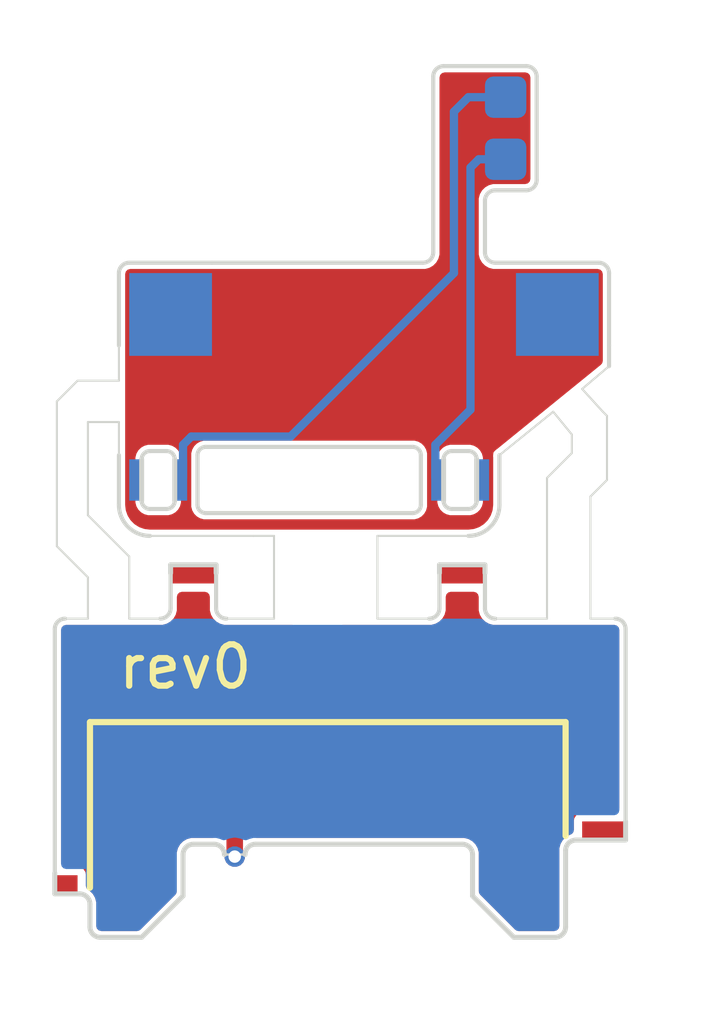
<source format=kicad_pcb>
(kicad_pcb (version 20221018) (generator pcbnew)
  (layers (0 "F.Cu" signal) (31 "B.Cu" signal) (34 "B.Paste" user) (35 "F.Paste" user) (36 "B.SilkS" user "B.Silkscreen") (37 "F.SilkS" user "F.Silkscreen") (38 "B.Mask" user) (39 "F.Mask" user) (44 "Edge.Cuts" user))
  (net 0 "")
  (net 2 "Net-(C16-Pad1)")
  (net 3 "Net-(C15-Pad1)")
  (net 4 "/DAT0")
  (footprint "flexifly:TP_pad_1mm_dense" (layer "F.Cu") (at 138.3 51.5)
    (fp_text reference "TP1" hide)
    (fp_text value "TestPoint")
    (pad "1" smd roundrect (at 0 0) (size 1 1) (layers "F.Cu" "F.Paste" "F.Mask") (roundrect_rratio 0.2) (net 4 "/DAT0"))
  )
  (footprint "flexifly:Conn_BGA_shim_dat0" (layer "F.Cu") (at 138.55 55.95)
    (fp_text reference "J5" hide)
    (fp_text value "Conn_nand")
    (fp_line (start -6.6 1.2) (end -6.6 0.7) (stroke (width 0.12)) (layer "Edge.Cuts"))
    (fp_line (start -6 1.2) (end -6.6 1.2) (stroke (width 0.12)) (layer "Edge.Cuts"))
    (fp_line (start -5.75 1.45) (end -5.75 2) (stroke (width 0.12)) (layer "Edge.Cuts"))
    (fp_line (start -5.5 2.25) (end -4.5 2.25) (stroke (width 0.12)) (layer "Edge.Cuts"))
    (fp_line (start -4.5 2.25) (end -3.5 1.25) (stroke (width 0.12)) (layer "Edge.Cuts"))
    (fp_line (start -3.8 -6.75) (end -3.8 -6.55) (stroke (width 0.12)) (layer "Edge.Cuts"))
    (fp_line (start -3.8 -6.75) (end -2.7 -6.75) (stroke (width 0.12)) (layer "Edge.Cuts"))
    (fp_line (start -3.5 0.25) (end -3.5 1.25) (stroke (width 0.12)) (layer "Edge.Cuts"))
    (fp_line (start -2.75 0) (end -3.25 0) (stroke (width 0.12)) (layer "Edge.Cuts"))
    (fp_line (start -2.7 -6.75) (end -2.7 -6.55) (stroke (width 0.12)) (layer "Edge.Cuts"))
    (fp_line (start -2.5 0.25) (end -2 0.25) (stroke (width 0.06)) (layer "Edge.Cuts"))
    (fp_line (start 2.7 -6.75) (end 2.7 -6.55) (stroke (width 0.12)) (layer "Edge.Cuts"))
    (fp_line (start 3.25 0) (end -1.75 0) (stroke (width 0.12)) (layer "Edge.Cuts"))
    (fp_line (start 3.5 0.25) (end 3.5 1.25) (stroke (width 0.12)) (layer "Edge.Cuts"))
    (fp_line (start 3.8 -6.75) (end 2.7 -6.75) (stroke (width 0.12)) (layer "Edge.Cuts"))
    (fp_line (start 3.8 -6.75) (end 3.8 -6.55) (stroke (width 0.12)) (layer "Edge.Cuts"))
    (fp_line (start 4.5 2.25) (end 3.5 1.25) (stroke (width 0.12)) (layer "Edge.Cuts"))
    (fp_line (start 5.5 2.25) (end 4.5 2.25) (stroke (width 0.12)) (layer "Edge.Cuts"))
    (fp_line (start 5.75 2) (end 5.75 0.15) (stroke (width 0.12)) (layer "Edge.Cuts"))
    (fp_line (start 6 -0.1) (end 7.2 -0.1) (stroke (width 0.12)) (layer "Edge.Cuts"))
    (fp_line (start 7.2 -0.1) (end 7.2 -0.55) (stroke (width 0.12)) (layer "Edge.Cuts"))
    (fp_arc (start -6 1.2) (mid -5.823223 1.273223) (end -5.75 1.45) (stroke (width 0.12)) (layer "Edge.Cuts"))
    (fp_arc (start -5.5 2.25) (mid -5.676777 2.176777) (end -5.75 2) (stroke (width 0.12)) (layer "Edge.Cuts"))
    (fp_arc (start -3.5 0.25) (mid -3.426777 0.073223) (end -3.25 0) (stroke (width 0.12)) (layer "Edge.Cuts"))
    (fp_arc (start -2.75 0) (mid -2.573223 0.073223) (end -2.5 0.25) (stroke (width 0.12)) (layer "Edge.Cuts"))
    (fp_arc (start -2 0.25) (mid -1.926777 0.073223) (end -1.75 0) (stroke (width 0.12)) (layer "Edge.Cuts"))
    (fp_arc (start 3.25 0) (mid 3.426777 0.073223) (end 3.5 0.25) (stroke (width 0.12)) (layer "Edge.Cuts"))
    (fp_arc (start 5.75 0.15) (mid 5.823223 -0.026777) (end 6 -0.1) (stroke (width 0.12)) (layer "Edge.Cuts"))
    (fp_arc (start 5.75 2) (mid 5.676777 2.176777) (end 5.5 2.25) (stroke (width 0.12)) (layer "Edge.Cuts"))
    (pad "1" smd roundrect (at -2.25 -0.15) (size 0.4 0.8) (layers "F.Cu" "F.Paste" "F.Mask") (roundrect_rratio 0) (chamfer_ratio 0.3) (chamfer top_left top_right) (net 4 "/DAT0"))
    (pad "1" thru_hole custom (at -2.25 0.3) (size 0.5 0.5) (drill 0.3) (layers "*.Cu" "*.Mask") (net 4 "/DAT0") (options (clearance outline) (anchor circle)) (primitives))
    (pad "MP" smd rect (at -6.3 0.95) (size 0.5 0.4) (layers "F.Cu" "F.Paste" "F.Mask"))
    (pad "MP" smd rect (at -3.25 -6.5) (size 1 0.4) (layers "F.Cu" "F.Paste" "F.Mask"))
    (pad "MP" smd rect (at 3.25 -6.5) (size 1 0.4) (layers "F.Cu" "F.Paste" "F.Mask"))
    (pad "MP" smd rect (at 6.65 -0.35) (size 1 0.4) (layers "F.Cu" "F.Paste" "F.Mask"))
  )
  (footprint "flexifly:TP_pad_1mm_dense" (layer "B.Cu") (at 142.85 39.4)
    (fp_text reference "TP11" hide)
    (fp_text value "TestPoint")
    (pad "1" smd roundrect (at 0 0) (size 1 1) (layers "B.Cu" "B.Paste" "B.Mask") (roundrect_rratio 0.2) (net 3 "Net-(C15-Pad1)"))
  )
  (footprint "flexifly:TP_pad_1mm_dense" (layer "B.Cu") (at 142.85 37.9)
    (fp_text reference "TP10" hide)
    (fp_text value "TestPoint")
    (pad "1" smd roundrect (at 0 0) (size 1 1) (layers "B.Cu" "B.Paste" "B.Mask") (roundrect_rratio 0.2) (net 2 "Net-(C16-Pad1)"))
  )
  (footprint "flexifly:APU_package_cap_conn" (layer "B.Cu") (at 141.75 47.15)
    (fp_text reference "C15" hide)
    (fp_text value "dnp")
    (fp_line (start -0.4 0.5) (end -0.4 -0.5) (stroke (width 0.12)) (layer "Edge.Cuts"))
    (fp_line (start 0.4 -0.5) (end 0.4 0.5) (stroke (width 0.12)) (layer "Edge.Cuts"))
    (pad "1" smd rect (at -0.55 0) (size 0.3 1) (layers "B.Cu" "B.Paste" "B.Mask") (net 3 "Net-(C15-Pad1)"))
    (pad "2" smd rect (at 0.55 0) (size 0.3 1) (layers "B.Cu" "B.Paste" "B.Mask"))
  )
  (footprint "TestPoint:TestPoint_Pad_2.0x2.0mm" (layer "B.Cu") (at 134.75 43.15)
    (fp_text reference "H5" hide)
    (fp_text value "Mount_Pad")
    (pad "1" smd rect (at 0 0) (size 2 2) (layers "B.Cu" "B.Mask"))
  )
  (footprint "TestPoint:TestPoint_Pad_2.0x2.0mm" (layer "B.Cu") (at 144.1 43.15)
    (fp_text reference "H6" hide)
    (fp_text value "Mount_Pad")
    (pad "1" smd rect (at 0 0) (size 2 2) (layers "B.Cu" "B.Mask"))
  )
  (footprint "flexifly:APU_package_cap_conn" (layer "B.Cu") (at 134.45 47.15 180)
    (fp_text reference "C16" hide)
    (fp_text value "dnp")
    (fp_line (start -0.4 0.5) (end -0.4 -0.5) (stroke (width 0.12)) (layer "Edge.Cuts"))
    (fp_line (start 0.4 -0.5) (end 0.4 0.5) (stroke (width 0.12)) (layer "Edge.Cuts"))
    (pad "1" smd rect (at -0.55 0 180) (size 0.3 1) (layers "B.Cu" "B.Paste" "B.Mask") (net 2 "Net-(C16-Pad1)"))
    (pad "2" smd rect (at 0.55 0 180) (size 0.3 1) (layers "B.Cu" "B.Paste" "B.Mask"))
  )
  (gr_line (start 144.3 53) (end 144.3 55.75) (stroke (width 0.15)) (layer "F.SilkS"))
  (gr_line (start 144.3 53) (end 132.8 53) (stroke (width 0.15)) (layer "F.SilkS"))
  (gr_line (start 132.8 53) (end 132.8 57) (stroke (width 0.15)) (layer "F.SilkS"))
  (gr_line (start 137.25 50.5) (end 137.25 48.5) (stroke (width 0.05)) (layer "Edge.Cuts"))
  (gr_line (start 133.5 42.15) (end 133.5 43.9) (stroke (width 0.1)) (layer "Edge.Cuts"))
  (gr_arc (start 142.15 47.65) (mid 142.091421 47.791421) (end 141.95 47.85) (stroke (width 0.1)) (layer "Edge.Cuts"))
  (gr_line (start 135.4 46.55) (end 135.4 47.75) (stroke (width 0.1)) (layer "Edge.Cuts"))
  (gr_arc (start 142.6 50.5) (mid 142.423223 50.426777) (end 142.35 50.25) (stroke (width 0.1)) (layer "Edge.Cuts"))
  (gr_line (start 141.55 46.45) (end 141.95 46.45) (stroke (width 0.1)) (layer "Edge.Cuts"))
  (gr_arc (start 136.1 50.5) (mid 135.923223 50.426777) (end 135.85 50.25) (stroke (width 0.1)) (layer "Edge.Cuts"))
  (gr_line (start 141.95 47.85) (end 141.55 47.85) (stroke (width 0.1)) (layer "Edge.Cuts"))
  (gr_arc (start 141.35 46.65) (mid 141.408579 46.508579) (end 141.55 46.45) (stroke (width 0.1)) (layer "Edge.Cuts"))
  (gr_line (start 145.3 47.15) (end 145.3 45.6) (stroke (width 0.05)) (layer "Edge.Cuts"))
  (gr_line (start 145.75 55.4) (end 145.75 50.75) (stroke (width 0.1)) (layer "Edge.Cuts"))
  (gr_line (start 132.75 50.5) (end 132.75 49.5) (stroke (width 0.05)) (layer "Edge.Cuts"))
  (gr_arc (start 141.1 37.4) (mid 141.173223 37.223223) (end 141.35 37.15) (stroke (width 0.1)) (layer "Edge.Cuts"))
  (gr_arc (start 134.25 48.5) (mid 133.71967 48.28033) (end 133.5 47.75) (stroke (width 0.1)) (layer "Edge.Cuts"))
  (gr_arc (start 142.35 40.4) (mid 142.423223 40.223223) (end 142.6 40.15) (stroke (width 0.1)) (layer "Edge.Cuts"))
  (gr_arc (start 133.5 42.15) (mid 133.573223 41.973223) (end 133.75 41.9) (stroke (width 0.1)) (layer "Edge.Cuts"))
  (gr_line (start 132 48.75) (end 132 45.25) (stroke (width 0.05)) (layer "Edge.Cuts"))
  (gr_line (start 142.7 46.55) (end 142.7 47.75) (stroke (width 0.1)) (layer "Edge.Cuts"))
  (gr_line (start 133.75 49) (end 132.75 48) (stroke (width 0.05)) (layer "Edge.Cuts"))
  (gr_arc (start 131.95 50.75) (mid 132.023223 50.573223) (end 132.2 50.5) (stroke (width 0.1)) (layer "Edge.Cuts"))
  (gr_line (start 145.35 44.4) (end 144.7 44.95) (stroke (width 0.05)) (layer "Edge.Cuts"))
  (gr_line (start 135.85 49.4) (end 135.85 50.25) (stroke (width 0.1)) (layer "Edge.Cuts"))
  (gr_line (start 144.7 44.95) (end 145.2 45.5) (stroke (width 0.05)) (layer "Edge.Cuts"))
  (gr_line (start 133.5 46.55) (end 133.5 45.75) (stroke (width 0.05)) (layer "Edge.Cuts"))
  (gr_arc (start 141.95 46.45) (mid 142.091421 46.508579) (end 142.15 46.65) (stroke (width 0.1)) (layer "Edge.Cuts"))
  (gr_line (start 145.5 50.5) (end 144.9 50.5) (stroke (width 0.05)) (layer "Edge.Cuts"))
  (gr_arc (start 135.4 46.55) (mid 135.458579 46.408579) (end 135.6 46.35) (stroke (width 0.1)) (layer "Edge.Cuts"))
  (gr_line (start 132.5 44.75) (end 133.5 44.75) (stroke (width 0.05)) (layer "Edge.Cuts"))
  (gr_line (start 135.6 46.35) (end 140.6 46.35) (stroke (width 0.1)) (layer "Edge.Cuts"))
  (gr_line (start 132.2 50.5) (end 132.75 50.5) (stroke (width 0.05)) (layer "Edge.Cuts"))
  (gr_arc (start 142.6 41.9) (mid 142.423223 41.826777) (end 142.35 41.65) (stroke (width 0.1)) (layer "Edge.Cuts"))
  (gr_arc (start 143.35 37.15) (mid 143.526777 37.223223) (end 143.6 37.4) (stroke (width 0.1)) (layer "Edge.Cuts"))
  (gr_line (start 142.6 41.9) (end 145.1 41.9) (stroke (width 0.1)) (layer "Edge.Cuts"))
  (gr_line (start 136.1 50.5) (end 137.25 50.5) (stroke (width 0.05)) (layer "Edge.Cuts"))
  (gr_line (start 144 45.5) (end 144.45 46.05) (stroke (width 0.05)) (layer "Edge.Cuts"))
  (gr_arc (start 134.25 47.85) (mid 134.108579 47.791421) (end 134.05 47.65) (stroke (width 0.1)) (layer "Edge.Cuts"))
  (gr_arc (start 145.1 41.9) (mid 145.276777 41.973223) (end 145.35 42.15) (stroke (width 0.1)) (layer "Edge.Cuts"))
  (gr_arc (start 134.85 47.65) (mid 134.791421 47.791421) (end 134.65 47.85) (stroke (width 0.1)) (layer "Edge.Cuts"))
  (gr_line (start 135.75 41.9) (end 140.85 41.9) (stroke (width 0.1)) (layer "Edge.Cuts"))
  (gr_arc (start 141.55 47.85) (mid 141.408579 47.791421) (end 141.35 47.65) (stroke (width 0.1)) (layer "Edge.Cuts"))
  (gr_arc (start 140.6 46.35) (mid 140.741421 46.408579) (end 140.8 46.55) (stroke (width 0.1)) (layer "Edge.Cuts"))
  (gr_line (start 134.25 46.45) (end 134.65 46.45) (stroke (width 0.1)) (layer "Edge.Cuts"))
  (gr_line (start 141.25 49.4) (end 141.25 50.25) (stroke (width 0.1)) (layer "Edge.Cuts"))
  (gr_arc (start 134.65 46.45) (mid 134.791421 46.508579) (end 134.85 46.65) (stroke (width 0.1)) (layer "Edge.Cuts"))
  (gr_line (start 145.3 45.6) (end 145.2 45.5) (stroke (width 0.05)) (layer "Edge.Cuts"))
  (gr_line (start 133.75 50.5) (end 133.75 49) (stroke (width 0.05)) (layer "Edge.Cuts"))
  (gr_line (start 132.5 44.75) (end 132 45.25) (stroke (width 0.05)) (layer "Edge.Cuts"))
  (gr_line (start 143.85 50.5) (end 143.85 47.1) (stroke (width 0.05)) (layer "Edge.Cuts"))
  (gr_line (start 134.65 47.85) (end 134.25 47.85) (stroke (width 0.1)) (layer "Edge.Cuts"))
  (gr_line (start 141.1 41.65) (end 141.1 37.4) (stroke (width 0.1)) (layer "Edge.Cuts"))
  (gr_line (start 132.75 49.5) (end 132 48.75) (stroke (width 0.05)) (layer "Edge.Cuts"))
  (gr_line (start 140.6 47.95) (end 135.6 47.95) (stroke (width 0.1)) (layer "Edge.Cuts"))
  (gr_arc (start 140.8 47.75) (mid 140.741421 47.891421) (end 140.6 47.95) (stroke (width 0.1)) (layer "Edge.Cuts"))
  (gr_line (start 134.75 49.4) (end 134.75 50.25) (stroke (width 0.1)) (layer "Edge.Cuts"))
  (gr_line (start 144.45 46.5) (end 144.45 46.05) (stroke (width 0.05)) (layer "Edge.Cuts"))
  (gr_line (start 143.6 39.9) (end 143.6 37.4) (stroke (width 0.1)) (layer "Edge.Cuts"))
  (gr_arc (start 142.7 47.75) (mid 142.48033 48.28033) (end 141.95 48.5) (stroke (width 0.1)) (layer "Edge.Cuts"))
  (gr_arc (start 134.75 50.25) (mid 134.676777 50.426777) (end 134.5 50.5) (stroke (width 0.1)) (layer "Edge.Cuts"))
  (gr_line (start 134.25 48.5) (end 136.75 48.5) (stroke (width 0.05)) (layer "Edge.Cuts"))
  (gr_line (start 144.9 47.55) (end 145.3 47.15) (stroke (width 0.05)) (layer "Edge.Cuts"))
  (gr_line (start 144.9 50.5) (end 144.9 47.55) (stroke (width 0.05)) (layer "Edge.Cuts"))
  (gr_line (start 143.85 47.1) (end 144.45 46.5) (stroke (width 0.05)) (layer "Edge.Cuts"))
  (gr_arc (start 134.05 46.65) (mid 134.108579 46.508579) (end 134.25 46.45) (stroke (width 0.1)) (layer "Edge.Cuts"))
  (gr_arc (start 135.6 47.95) (mid 135.458579 47.891421) (end 135.4 47.75) (stroke (width 0.1)) (layer "Edge.Cuts"))
  (gr_arc (start 141.25 50.25) (mid 141.176777 50.426777) (end 141 50.5) (stroke (width 0.1)) (layer "Edge.Cuts"))
  (gr_line (start 133.5 44.75) (end 133.5 43.9) (stroke (width 0.05)) (layer "Edge.Cuts"))
  (gr_line (start 143.35 37.15) (end 141.35 37.15) (stroke (width 0.1)) (layer "Edge.Cuts"))
  (gr_line (start 145.35 43.9) (end 145.35 44.4) (stroke (width 0.1)) (layer "Edge.Cuts"))
  (gr_line (start 139.75 50.5) (end 139.75 48.5) (stroke (width 0.05)) (layer "Edge.Cuts"))
  (gr_line (start 142.7 46.55) (end 144 45.5) (stroke (width 0.05)) (layer "Edge.Cuts"))
  (gr_arc (start 145.5 50.5) (mid 145.676777 50.573223) (end 145.75 50.75) (stroke (width 0.1)) (layer "Edge.Cuts"))
  (gr_line (start 141 50.5) (end 139.75 50.5) (stroke (width 0.05)) (layer "Edge.Cuts"))
  (gr_line (start 142.6 50.5) (end 143.85 50.5) (stroke (width 0.05)) (layer "Edge.Cuts"))
  (gr_line (start 139.75 48.5) (end 141.95 48.5) (stroke (width 0.05)) (layer "Edge.Cuts"))
  (gr_line (start 145.35 42.15) (end 145.35 43.9) (stroke (width 0.1)) (layer "Edge.Cuts"))
  (gr_line (start 132.75 45.75) (end 132.75 48) (stroke (width 0.05)) (layer "Edge.Cuts"))
  (gr_line (start 133.75 41.9) (end 135.75 41.9) (stroke (width 0.1)) (layer "Edge.Cuts"))
  (gr_line (start 133.5 46.55) (end 133.5 47.75) (stroke (width 0.1)) (layer "Edge.Cuts"))
  (gr_line (start 142.35 41.65) (end 142.35 40.4) (stroke (width 0.1)) (layer "Edge.Cuts"))
  (gr_line (start 140.8 46.55) (end 140.8 47.75) (stroke (width 0.1)) (layer "Edge.Cuts"))
  (gr_line (start 134.5 50.5) (end 133.75 50.5) (stroke (width 0.05)) (layer "Edge.Cuts"))
  (gr_line (start 133.5 45.75) (end 132.75 45.75) (stroke (width 0.05)) (layer "Edge.Cuts"))
  (gr_line (start 142.6 40.15) (end 143.35 40.15) (stroke (width 0.1)) (layer "Edge.Cuts"))
  (gr_arc (start 141.1 41.65) (mid 141.026777 41.826777) (end 140.85 41.9) (stroke (width 0.1)) (layer "Edge.Cuts"))
  (gr_line (start 137.25 48.5) (end 136.75 48.5) (stroke (width 0.05)) (layer "Edge.Cuts"))
  (gr_line (start 131.95 56.65) (end 131.95 50.75) (stroke (width 0.1)) (layer "Edge.Cuts"))
  (gr_line (start 142.35 49.4) (end 142.35 50.25) (stroke (width 0.1)) (layer "Edge.Cuts"))
  (gr_arc (start 143.6 39.9) (mid 143.526777 40.076777) (end 143.35 40.15) (stroke (width 0.1)) (layer "Edge.Cuts"))
  (gr_text "rev0" (at 136.8 52.25) (layer "F.SilkS") (effects (font (size 1 1)) (justify right bottom)))
  (segment (start 141.6 42.15) (end 137.65 46.1) (width 0.2) (layer "B.Cu") (net 2))
  (segment (start 135.05 46.3) (end 135.05 47.1) (width 0.2) (layer "B.Cu") (net 2))
  (segment (start 142.85 37.9) (end 141.95 37.9) (width 0.2) (layer "B.Cu") (net 2))
  (segment (start 141.95 37.9) (end 141.6 38.25) (width 0.2) (layer "B.Cu") (net 2))
  (segment (start 137.65 46.1) (end 135.25 46.1) (width 0.2) (layer "B.Cu") (net 2))
  (segment (start 135.25 46.1) (end 135.05 46.3) (width 0.2) (layer "B.Cu") (net 2))
  (segment (start 141.6 38.25) (end 141.6 42.15) (width 0.2) (layer "B.Cu") (net 2))
  (segment (start 142 45.45) (end 141.15 46.3) (width 0.2) (layer "B.Cu") (net 3))
  (segment (start 142.85 39.4) (end 142.2 39.4) (width 0.2) (layer "B.Cu") (net 3))
  (segment (start 141.15 46.3) (end 141.15 47.1) (width 0.2) (layer "B.Cu") (net 3))
  (segment (start 142 39.6) (end 142 45.45) (width 0.2) (layer "B.Cu") (net 3))
  (segment (start 142.2 39.4) (end 142 39.6) (width 0.2) (layer "B.Cu") (net 3))
  (segment (start 138.3 52.6) (end 136.3 54.6) (width 0.3) (layer "F.Cu") (net 4))
  (segment (start 136.3 54.6) (end 136.3 55.805) (width 0.3) (layer "F.Cu") (net 4))
  (segment (start 138.3 51.5) (end 138.3 52.6) (width 0.3) (layer "F.Cu") (net 4))
  (zone (net 0) (net_name "") (layer "F.Cu") (priority 6) (connect_pads (clearance 0.2)) (min_thickness 0.25) (fill yes (thermal_gap 0.5) (thermal_bridge_width 0.5) (island_removal_mode 1) (island_area_min 10))
    (polygon (pts (xy 145.35 41.9) (xy 142.35 41.9) (xy 142.35 40.15) (xy 143.6 40.15) (xy 143.6 37.15) (xy 141.1 37.15) (xy 141.1 41.9) (xy 133.5 41.9) (xy 133.5 48) (xy 134 48.5) (xy 142.2 48.5) (xy 142.7 48) (xy 142.7 46.55) (xy 145.35 44.4)))
  )
  (zone (net 0) (net_name "") (layers "F&B.Cu") (priority 2) (connect_pads (clearance 0.2)) (min_thickness 0.25) (fill yes (thermal_gap 0.5) (thermal_bridge_width 0.5) (island_removal_mode 1) (island_area_min 10))
    (polygon (pts (xy 131.95 57.2) (xy 132.8 57.2) (xy 132.8 58.25) (xy 134.05 58.25) (xy 135.05 57.25) (xy 135.05 56) (xy 142.05 56) (xy 142.05 57.25) (xy 143.05 58.25) (xy 144.3 58.25) (xy 144.3 55.9) (xy 145.75 55.9) (xy 145.75 50.5) (xy 142.35 50.5) (xy 142.35 49.25) (xy 141.25 49.25) (xy 141.25 50.5) (xy 135.85 50.5) (xy 135.85 49.25) (xy 134.75 49.25) (xy 134.75 50.5) (xy 131.95 50.5)))
  )
  (zone (net 0) (net_name "") (layer "B.Cu") (connect_pads (clearance 0)) (min_thickness 0.25)
    (keepout (tracks allowed) (vias allowed) (pads allowed) (copperpour not_allowed) (footprints allowed))
    (fill (thermal_gap 0.5) (thermal_bridge_width 0.5))
    (polygon (pts (xy 141.25 49.25) (xy 142.35 49.25) (xy 142.35 50.5) (xy 141.25 50.5)))
  )
  (zone (net 0) (net_name "") (layer "B.Cu") (connect_pads (clearance 0)) (min_thickness 0.25)
    (keepout (tracks allowed) (vias allowed) (pads allowed) (copperpour not_allowed) (footprints allowed))
    (fill (thermal_gap 0.5) (thermal_bridge_width 0.5))
    (polygon (pts (xy 134.75 49.25) (xy 135.85 49.25) (xy 135.85 50.5) (xy 134.75 50.5)))
  )
  (zone (net 0) (net_name "") (layer "B.Cu") (connect_pads (clearance 0)) (min_thickness 0.25)
    (keepout (tracks allowed) (vias allowed) (pads allowed) (copperpour not_allowed) (footprints allowed))
    (fill (thermal_gap 0.5) (thermal_bridge_width 0.5))
    (polygon (pts (xy 131.95 57.2) (xy 131.95 56.55) (xy 132.7 56.55) (xy 132.7 57.2)))
  )
  (zone (net 0) (net_name "") (layer "B.Cu") (connect_pads (clearance 0)) (min_thickness 0.25)
    (keepout (tracks allowed) (vias allowed) (pads allowed) (copperpour not_allowed) (footprints allowed))
    (fill (thermal_gap 0.5) (thermal_bridge_width 0.5))
    (polygon (pts (xy 145.75 55.9) (xy 145.75 55.25) (xy 144.5 55.25) (xy 144.5 55.9)))
  )
)
</source>
